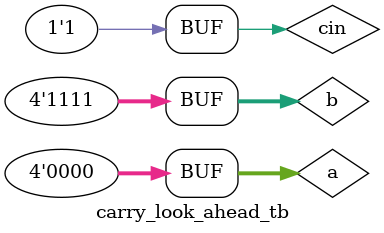
<source format=v>
`timescale 1ns / 1ps

module CLA_4bit(a, b, cin, sum, cout);
    input[3:0] a, b;
    input cin;
    output[3:0] sum;
    output cout;
    
    wire[3:0] cprop, cgen, carry;
    
    assign cprop = a ^ b; //xor
    assign cgen = a & b;  //and

    //from k-maps cout = (ai.bi)[carry generator] + (ai xor bi)[carry propagator].cin

    assign carry[0] = cin;
    assign carry[1] = cgen[0] | (cprop[0] & carry[0]);
    assign carry[2] = cgen[1] | (cprop[1] & cgen[0]) | (cprop[1] & cprop[0] & carry[0]);
    assign carry[3] = cgen[2] | (cprop[2] & cgen[1]) | (cprop[2] & cprop[1] & cgen[0]) | (cprop[2] & cprop[1] & cprop[0] & carry[0]);
    assign cout     = cgen[3] | (cprop[3] & cgen[2]) | (cprop[3] & cprop[2] & cgen[1]) | (cprop[3] & cprop[2] & cprop[1] & carry[0]) | (cprop[2] & cprop[2] & cprop[1] & cprop[0] & carry[0]);

    assign sum = cprop ^ carry;

endmodule

module carry_look_ahead_tb;

    reg[3:0] a, b;
    reg cin;
    wire[3:0] sum;
    wire cout;

    CLA_4bit add(a, b, cin, sum, cout);

    initial begin
        
        #0  a = 4'b0000;
            b = 4'b0000;
            cin = 0;
        #10 a = 4'b0000;
            b = 4'b0001;
            cin = 1;
        #10 a = 4'b0000;
            b = 4'b1111;
            cin = 0;
        #10 a = 4'b0000;
            b = 4'b1111;
            cin = 1; 
    end

    initial begin
        $monitor("%d : a=%b b=%b cin=%b cout=%b sum=%b ",$time, a, b, cin, cout, sum);
    end

endmodule
</source>
